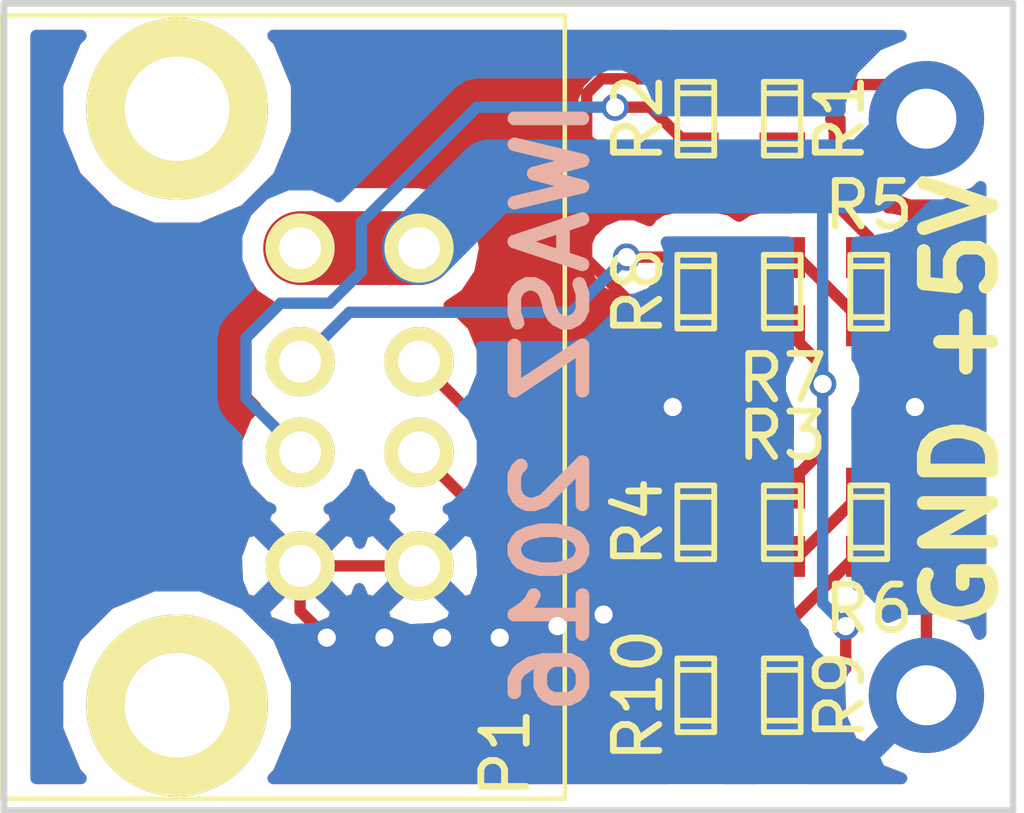
<source format=kicad_pcb>
(kicad_pcb (version 4) (host pcbnew 0.201604071231+6672~43~ubuntu15.10.1-product)

  (general
    (links 24)
    (no_connects 0)
    (area 164.813999 102.0995 194.166667 121.995001)
    (thickness 1.6)
    (drawings 7)
    (tracks 105)
    (zones 0)
    (modules 13)
    (nets 7)
  )

  (page A4)
  (layers
    (0 F.Cu signal)
    (31 B.Cu signal)
    (32 B.Adhes user)
    (33 F.Adhes user)
    (34 B.Paste user)
    (35 F.Paste user)
    (36 B.SilkS user)
    (37 F.SilkS user)
    (38 B.Mask user)
    (39 F.Mask user)
    (40 Dwgs.User user)
    (41 Cmts.User user)
    (42 Eco1.User user)
    (43 Eco2.User user)
    (44 Edge.Cuts user)
    (45 Margin user)
    (46 B.CrtYd user)
    (47 F.CrtYd user)
    (48 B.Fab user)
    (49 F.Fab user)
  )

  (setup
    (last_trace_width 0.25)
    (user_trace_width 1.6256)
    (trace_clearance 0.2)
    (zone_clearance 0.508)
    (zone_45_only no)
    (trace_min 0.2)
    (segment_width 0.2)
    (edge_width 0.15)
    (via_size 0.6)
    (via_drill 0.4)
    (via_min_size 0.4)
    (via_min_drill 0.3)
    (user_via 1.6256 0.8128)
    (uvia_size 0.3)
    (uvia_drill 0.1)
    (uvias_allowed no)
    (uvia_min_size 0)
    (uvia_min_drill 0)
    (pcb_text_width 0.3)
    (pcb_text_size 1.5 1.5)
    (mod_edge_width 0.15)
    (mod_text_size 1 1)
    (mod_text_width 0.15)
    (pad_size 1.524 1.524)
    (pad_drill 0.762)
    (pad_to_mask_clearance 0.2)
    (aux_axis_origin 0 0)
    (visible_elements FFFFEF7F)
    (pcbplotparams
      (layerselection 0x010f0_ffffffff)
      (usegerberextensions false)
      (usegerberattributes true)
      (excludeedgelayer true)
      (linewidth 0.100000)
      (plotframeref false)
      (viasonmask false)
      (mode 1)
      (useauxorigin false)
      (hpglpennumber 1)
      (hpglpenspeed 20)
      (hpglpendiameter 15)
      (psnegative false)
      (psa4output false)
      (plotreference true)
      (plotvalue false)
      (plotinvisibletext false)
      (padsonsilk false)
      (subtractmaskfromsilk true)
      (outputformat 1)
      (mirror false)
      (drillshape 0)
      (scaleselection 1)
      (outputdirectory gerbers/connector/))
  )

  (net 0 "")
  (net 1 +5V)
  (net 2 GND)
  (net 3 "Net-(P1-Pad2)")
  (net 4 "Net-(P1-Pad3)")
  (net 5 "Net-(P1-Pad6)")
  (net 6 "Net-(P1-Pad7)")

  (net_class Default "This is the default net class."
    (clearance 0.2)
    (trace_width 0.25)
    (via_dia 0.6)
    (via_drill 0.4)
    (uvia_dia 0.3)
    (uvia_drill 0.1)
    (add_net +5V)
    (add_net GND)
    (add_net "Net-(P1-Pad2)")
    (add_net "Net-(P1-Pad3)")
    (add_net "Net-(P1-Pad6)")
    (add_net "Net-(P1-Pad7)")
  )

  (module iwasz:amphenol-MUSBC11130 (layer F.Cu) (tedit 570B9DA7) (tstamp 570B9C0C)
    (at 174.244 113.03 270)
    (path /570B98A5)
    (fp_text reference P1 (at 7.62 -1.905 270) (layer F.SilkS)
      (effects (font (size 1 1) (thickness 0.15)))
    )
    (fp_text value CONN_01X08 (at -3.81 -2.54 270) (layer F.Fab) hide
      (effects (font (size 1 1) (thickness 0.15)))
    )
    (fp_line (start 8.625 -3.21) (end 8.625 9.18) (layer F.SilkS) (width 0.1))
    (fp_line (start -8.625 -3.21) (end -8.625 9.18) (layer F.SilkS) (width 0.1))
    (fp_line (start -8.625 9.18) (end 8.625 9.18) (layer F.SilkS) (width 0.1))
    (fp_line (start -8.625 -3.21) (end 8.625 -3.21) (layer F.SilkS) (width 0.1))
    (pad 1 thru_hole circle (at -3.5 0 270) (size 1.524 1.524) (drill 0.92) (layers *.Cu *.Mask F.SilkS)
      (net 1 +5V))
    (pad 4 thru_hole circle (at 3.5 0 270) (size 1.524 1.524) (drill 0.92) (layers *.Cu *.Mask F.SilkS)
      (net 2 GND))
    (pad 2 thru_hole circle (at -1 0 270) (size 1.524 1.524) (drill 0.92) (layers *.Cu *.Mask F.SilkS)
      (net 3 "Net-(P1-Pad2)"))
    (pad 3 thru_hole circle (at 1 0 270) (size 1.524 1.524) (drill 0.92) (layers *.Cu *.Mask F.SilkS)
      (net 4 "Net-(P1-Pad3)"))
    (pad 5 thru_hole circle (at -3.5 2.62 270) (size 1.524 1.524) (drill 0.92) (layers *.Cu *.Mask F.SilkS)
      (net 1 +5V))
    (pad 8 thru_hole circle (at 3.5 2.62 270) (size 1.524 1.524) (drill 0.92) (layers *.Cu *.Mask F.SilkS)
      (net 2 GND))
    (pad 6 thru_hole circle (at -1 2.62 270) (size 1.524 1.524) (drill 0.92) (layers *.Cu *.Mask F.SilkS)
      (net 5 "Net-(P1-Pad6)"))
    (pad 7 thru_hole circle (at 1 2.62 270) (size 1.524 1.524) (drill 0.92) (layers *.Cu *.Mask F.SilkS)
      (net 6 "Net-(P1-Pad7)"))
    (pad "" thru_hole circle (at -6.57 5.33 270) (size 4 4) (drill 2.3) (layers *.Cu *.Mask F.SilkS))
    (pad "" thru_hole circle (at 6.57 5.33 270) (size 4 4) (drill 2.3) (layers *.Cu *.Mask F.SilkS))
  )

  (module discrete:PAD-01 (layer F.Cu) (tedit 570B9DB4) (tstamp 570B9C12)
    (at 185.42 119.38)
    (descr <b>PAD</b>)
    (path /570B98AE)
    (fp_text reference P2 (at -1.27 -3.048) (layer F.SilkS) hide
      (effects (font (size 1 1) (thickness 0.15)) (justify left bottom))
    )
    (fp_text value CONN_01X01 (at -1.27 -1.524) (layer F.SilkS) hide
      (effects (font (size 1 1) (thickness 0.15)) (justify left bottom))
    )
    (fp_circle (center 0 0) (end 0.889 0) (layer F.Fab) (width 0.762))
    (pad 1 thru_hole circle (at 0 0) (size 2.54 2.54) (drill 1.3208) (layers *.Cu *.Mask)
      (net 2 GND))
  )

  (module discrete:PAD-01 (layer F.Cu) (tedit 570B9DB7) (tstamp 570B9C18)
    (at 185.42 106.68)
    (descr <b>PAD</b>)
    (path /570B98AD)
    (fp_text reference P3 (at -1.27 -3.048) (layer F.SilkS) hide
      (effects (font (size 1 1) (thickness 0.15)) (justify left bottom))
    )
    (fp_text value CONN_01X01 (at -1.27 -1.524) (layer F.SilkS) hide
      (effects (font (size 1 1) (thickness 0.15)) (justify left bottom))
    )
    (fp_circle (center 0 0) (end 0.889 0) (layer F.Fab) (width 0.762))
    (pad 1 thru_hole circle (at 0 0) (size 2.54 2.54) (drill 1.3208) (layers *.Cu *.Mask)
      (net 1 +5V))
  )

  (module w_smd_resistors:r_0603 (layer F.Cu) (tedit 570B9E1D) (tstamp 570B9C24)
    (at 182.245 106.68 270)
    (descr "SMT resistor, 0603")
    (path /570B9FC3)
    (fp_text reference R1 (at 0 -1.27 450) (layer F.SilkS)
      (effects (font (size 1 1) (thickness 0.15)))
    )
    (fp_text value R (at 0 0.6096 270) (layer F.SilkS) hide
      (effects (font (size 1 1) (thickness 0.15)))
    )
    (fp_line (start 0.5588 0.4064) (end 0.5588 -0.4064) (layer F.SilkS) (width 0.127))
    (fp_line (start -0.5588 -0.381) (end -0.5588 0.4064) (layer F.SilkS) (width 0.127))
    (fp_line (start -0.8128 -0.4064) (end 0.8128 -0.4064) (layer F.SilkS) (width 0.127))
    (fp_line (start 0.8128 -0.4064) (end 0.8128 0.4064) (layer F.SilkS) (width 0.127))
    (fp_line (start 0.8128 0.4064) (end -0.8128 0.4064) (layer F.SilkS) (width 0.127))
    (fp_line (start -0.8128 0.4064) (end -0.8128 -0.4064) (layer F.SilkS) (width 0.127))
    (pad 1 smd rect (at 0.75184 0 270) (size 0.89916 1.00076) (layers F.Cu F.Paste F.Mask)
      (net 6 "Net-(P1-Pad7)"))
    (pad 2 smd rect (at -0.75184 0 270) (size 0.89916 1.00076) (layers F.Cu F.Paste F.Mask)
      (net 1 +5V))
    (model walter/smd_resistors/r_0603.wrl
      (at (xyz 0 0 0))
      (scale (xyz 1 1 1))
      (rotate (xyz 0 0 0))
    )
  )

  (module w_smd_resistors:r_0603 (layer F.Cu) (tedit 570B9DD9) (tstamp 570B9C30)
    (at 180.34 106.68 90)
    (descr "SMT resistor, 0603")
    (path /570BA0BA)
    (fp_text reference R2 (at 0 -1.27 90) (layer F.SilkS)
      (effects (font (size 1 1) (thickness 0.15)))
    )
    (fp_text value R (at 0 0.6096 90) (layer F.SilkS) hide
      (effects (font (size 1 1) (thickness 0.15)))
    )
    (fp_line (start 0.5588 0.4064) (end 0.5588 -0.4064) (layer F.SilkS) (width 0.127))
    (fp_line (start -0.5588 -0.381) (end -0.5588 0.4064) (layer F.SilkS) (width 0.127))
    (fp_line (start -0.8128 -0.4064) (end 0.8128 -0.4064) (layer F.SilkS) (width 0.127))
    (fp_line (start 0.8128 -0.4064) (end 0.8128 0.4064) (layer F.SilkS) (width 0.127))
    (fp_line (start 0.8128 0.4064) (end -0.8128 0.4064) (layer F.SilkS) (width 0.127))
    (fp_line (start -0.8128 0.4064) (end -0.8128 -0.4064) (layer F.SilkS) (width 0.127))
    (pad 1 smd rect (at 0.75184 0 90) (size 0.89916 1.00076) (layers F.Cu F.Paste F.Mask)
      (net 2 GND))
    (pad 2 smd rect (at -0.75184 0 90) (size 0.89916 1.00076) (layers F.Cu F.Paste F.Mask)
      (net 6 "Net-(P1-Pad7)"))
    (model walter/smd_resistors/r_0603.wrl
      (at (xyz 0 0 0))
      (scale (xyz 1 1 1))
      (rotate (xyz 0 0 0))
    )
  )

  (module w_smd_resistors:r_0603 (layer F.Cu) (tedit 570B9E06) (tstamp 570B9C3C)
    (at 182.245 115.57 270)
    (descr "SMT resistor, 0603")
    (path /570BB9E4)
    (fp_text reference R3 (at -1.905 0 360) (layer F.SilkS)
      (effects (font (size 1 1) (thickness 0.15)))
    )
    (fp_text value R (at 0 0.6096 270) (layer F.SilkS) hide
      (effects (font (size 1 1) (thickness 0.15)))
    )
    (fp_line (start 0.5588 0.4064) (end 0.5588 -0.4064) (layer F.SilkS) (width 0.127))
    (fp_line (start -0.5588 -0.381) (end -0.5588 0.4064) (layer F.SilkS) (width 0.127))
    (fp_line (start -0.8128 -0.4064) (end 0.8128 -0.4064) (layer F.SilkS) (width 0.127))
    (fp_line (start 0.8128 -0.4064) (end 0.8128 0.4064) (layer F.SilkS) (width 0.127))
    (fp_line (start 0.8128 0.4064) (end -0.8128 0.4064) (layer F.SilkS) (width 0.127))
    (fp_line (start -0.8128 0.4064) (end -0.8128 -0.4064) (layer F.SilkS) (width 0.127))
    (pad 1 smd rect (at 0.75184 0 270) (size 0.89916 1.00076) (layers F.Cu F.Paste F.Mask)
      (net 3 "Net-(P1-Pad2)"))
    (pad 2 smd rect (at -0.75184 0 270) (size 0.89916 1.00076) (layers F.Cu F.Paste F.Mask)
      (net 1 +5V))
    (model walter/smd_resistors/r_0603.wrl
      (at (xyz 0 0 0))
      (scale (xyz 1 1 1))
      (rotate (xyz 0 0 0))
    )
  )

  (module w_smd_resistors:r_0603 (layer F.Cu) (tedit 570B9DF3) (tstamp 570B9C48)
    (at 180.34 115.57 90)
    (descr "SMT resistor, 0603")
    (path /570BB9EA)
    (fp_text reference R4 (at 0 -1.27 90) (layer F.SilkS)
      (effects (font (size 1 1) (thickness 0.15)))
    )
    (fp_text value R (at 0 0.6096 90) (layer F.SilkS) hide
      (effects (font (size 1 1) (thickness 0.15)))
    )
    (fp_line (start 0.5588 0.4064) (end 0.5588 -0.4064) (layer F.SilkS) (width 0.127))
    (fp_line (start -0.5588 -0.381) (end -0.5588 0.4064) (layer F.SilkS) (width 0.127))
    (fp_line (start -0.8128 -0.4064) (end 0.8128 -0.4064) (layer F.SilkS) (width 0.127))
    (fp_line (start 0.8128 -0.4064) (end 0.8128 0.4064) (layer F.SilkS) (width 0.127))
    (fp_line (start 0.8128 0.4064) (end -0.8128 0.4064) (layer F.SilkS) (width 0.127))
    (fp_line (start -0.8128 0.4064) (end -0.8128 -0.4064) (layer F.SilkS) (width 0.127))
    (pad 1 smd rect (at 0.75184 0 90) (size 0.89916 1.00076) (layers F.Cu F.Paste F.Mask)
      (net 2 GND))
    (pad 2 smd rect (at -0.75184 0 90) (size 0.89916 1.00076) (layers F.Cu F.Paste F.Mask)
      (net 3 "Net-(P1-Pad2)"))
    (model walter/smd_resistors/r_0603.wrl
      (at (xyz 0 0 0))
      (scale (xyz 1 1 1))
      (rotate (xyz 0 0 0))
    )
  )

  (module w_smd_resistors:r_0603 (layer F.Cu) (tedit 570B9DEB) (tstamp 570B9C54)
    (at 184.15 110.49 90)
    (descr "SMT resistor, 0603")
    (path /570BABAD)
    (fp_text reference R5 (at 1.905 0 180) (layer F.SilkS)
      (effects (font (size 1 1) (thickness 0.15)))
    )
    (fp_text value R (at 0 0.6096 90) (layer F.SilkS) hide
      (effects (font (size 1 1) (thickness 0.15)))
    )
    (fp_line (start 0.5588 0.4064) (end 0.5588 -0.4064) (layer F.SilkS) (width 0.127))
    (fp_line (start -0.5588 -0.381) (end -0.5588 0.4064) (layer F.SilkS) (width 0.127))
    (fp_line (start -0.8128 -0.4064) (end 0.8128 -0.4064) (layer F.SilkS) (width 0.127))
    (fp_line (start 0.8128 -0.4064) (end 0.8128 0.4064) (layer F.SilkS) (width 0.127))
    (fp_line (start 0.8128 0.4064) (end -0.8128 0.4064) (layer F.SilkS) (width 0.127))
    (fp_line (start -0.8128 0.4064) (end -0.8128 -0.4064) (layer F.SilkS) (width 0.127))
    (pad 1 smd rect (at 0.75184 0 90) (size 0.89916 1.00076) (layers F.Cu F.Paste F.Mask)
      (net 6 "Net-(P1-Pad7)"))
    (pad 2 smd rect (at -0.75184 0 90) (size 0.89916 1.00076) (layers F.Cu F.Paste F.Mask)
      (net 5 "Net-(P1-Pad6)"))
    (model walter/smd_resistors/r_0603.wrl
      (at (xyz 0 0 0))
      (scale (xyz 1 1 1))
      (rotate (xyz 0 0 0))
    )
  )

  (module w_smd_resistors:r_0603 (layer F.Cu) (tedit 570B9E10) (tstamp 570B9C60)
    (at 184.15 115.57 90)
    (descr "SMT resistor, 0603")
    (path /570BB9FC)
    (fp_text reference R6 (at -1.905 0 180) (layer F.SilkS)
      (effects (font (size 1 1) (thickness 0.15)))
    )
    (fp_text value R (at 0 0.6096 90) (layer F.SilkS) hide
      (effects (font (size 1 1) (thickness 0.15)))
    )
    (fp_line (start 0.5588 0.4064) (end 0.5588 -0.4064) (layer F.SilkS) (width 0.127))
    (fp_line (start -0.5588 -0.381) (end -0.5588 0.4064) (layer F.SilkS) (width 0.127))
    (fp_line (start -0.8128 -0.4064) (end 0.8128 -0.4064) (layer F.SilkS) (width 0.127))
    (fp_line (start 0.8128 -0.4064) (end 0.8128 0.4064) (layer F.SilkS) (width 0.127))
    (fp_line (start 0.8128 0.4064) (end -0.8128 0.4064) (layer F.SilkS) (width 0.127))
    (fp_line (start -0.8128 0.4064) (end -0.8128 -0.4064) (layer F.SilkS) (width 0.127))
    (pad 1 smd rect (at 0.75184 0 90) (size 0.89916 1.00076) (layers F.Cu F.Paste F.Mask)
      (net 3 "Net-(P1-Pad2)"))
    (pad 2 smd rect (at -0.75184 0 90) (size 0.89916 1.00076) (layers F.Cu F.Paste F.Mask)
      (net 4 "Net-(P1-Pad3)"))
    (model walter/smd_resistors/r_0603.wrl
      (at (xyz 0 0 0))
      (scale (xyz 1 1 1))
      (rotate (xyz 0 0 0))
    )
  )

  (module w_smd_resistors:r_0603 (layer F.Cu) (tedit 570B9E0A) (tstamp 570B9C6C)
    (at 182.245 110.49 90)
    (descr "SMT resistor, 0603")
    (path /570BAAAC)
    (fp_text reference R7 (at -1.905 0 180) (layer F.SilkS)
      (effects (font (size 1 1) (thickness 0.15)))
    )
    (fp_text value R (at 0 0.6096 90) (layer F.SilkS) hide
      (effects (font (size 1 1) (thickness 0.15)))
    )
    (fp_line (start 0.5588 0.4064) (end 0.5588 -0.4064) (layer F.SilkS) (width 0.127))
    (fp_line (start -0.5588 -0.381) (end -0.5588 0.4064) (layer F.SilkS) (width 0.127))
    (fp_line (start -0.8128 -0.4064) (end 0.8128 -0.4064) (layer F.SilkS) (width 0.127))
    (fp_line (start 0.8128 -0.4064) (end 0.8128 0.4064) (layer F.SilkS) (width 0.127))
    (fp_line (start 0.8128 0.4064) (end -0.8128 0.4064) (layer F.SilkS) (width 0.127))
    (fp_line (start -0.8128 0.4064) (end -0.8128 -0.4064) (layer F.SilkS) (width 0.127))
    (pad 1 smd rect (at 0.75184 0 90) (size 0.89916 1.00076) (layers F.Cu F.Paste F.Mask)
      (net 5 "Net-(P1-Pad6)"))
    (pad 2 smd rect (at -0.75184 0 90) (size 0.89916 1.00076) (layers F.Cu F.Paste F.Mask)
      (net 1 +5V))
    (model walter/smd_resistors/r_0603.wrl
      (at (xyz 0 0 0))
      (scale (xyz 1 1 1))
      (rotate (xyz 0 0 0))
    )
  )

  (module w_smd_resistors:r_0603 (layer F.Cu) (tedit 570B9DE5) (tstamp 570B9C78)
    (at 180.34 110.49 270)
    (descr "SMT resistor, 0603")
    (path /570BAAB2)
    (fp_text reference R8 (at 0 1.27 270) (layer F.SilkS)
      (effects (font (size 1 1) (thickness 0.15)))
    )
    (fp_text value R (at 0 0.6096 270) (layer F.SilkS) hide
      (effects (font (size 1 1) (thickness 0.15)))
    )
    (fp_line (start 0.5588 0.4064) (end 0.5588 -0.4064) (layer F.SilkS) (width 0.127))
    (fp_line (start -0.5588 -0.381) (end -0.5588 0.4064) (layer F.SilkS) (width 0.127))
    (fp_line (start -0.8128 -0.4064) (end 0.8128 -0.4064) (layer F.SilkS) (width 0.127))
    (fp_line (start 0.8128 -0.4064) (end 0.8128 0.4064) (layer F.SilkS) (width 0.127))
    (fp_line (start 0.8128 0.4064) (end -0.8128 0.4064) (layer F.SilkS) (width 0.127))
    (fp_line (start -0.8128 0.4064) (end -0.8128 -0.4064) (layer F.SilkS) (width 0.127))
    (pad 1 smd rect (at 0.75184 0 270) (size 0.89916 1.00076) (layers F.Cu F.Paste F.Mask)
      (net 2 GND))
    (pad 2 smd rect (at -0.75184 0 270) (size 0.89916 1.00076) (layers F.Cu F.Paste F.Mask)
      (net 5 "Net-(P1-Pad6)"))
    (model walter/smd_resistors/r_0603.wrl
      (at (xyz 0 0 0))
      (scale (xyz 1 1 1))
      (rotate (xyz 0 0 0))
    )
  )

  (module w_smd_resistors:r_0603 (layer F.Cu) (tedit 570B9DFA) (tstamp 570B9C84)
    (at 182.245 119.38 90)
    (descr "SMT resistor, 0603")
    (path /570BB9F0)
    (fp_text reference R9 (at 0 1.27 90) (layer F.SilkS)
      (effects (font (size 1 1) (thickness 0.15)))
    )
    (fp_text value R (at 0 0.6096 90) (layer F.SilkS) hide
      (effects (font (size 1 1) (thickness 0.15)))
    )
    (fp_line (start 0.5588 0.4064) (end 0.5588 -0.4064) (layer F.SilkS) (width 0.127))
    (fp_line (start -0.5588 -0.381) (end -0.5588 0.4064) (layer F.SilkS) (width 0.127))
    (fp_line (start -0.8128 -0.4064) (end 0.8128 -0.4064) (layer F.SilkS) (width 0.127))
    (fp_line (start 0.8128 -0.4064) (end 0.8128 0.4064) (layer F.SilkS) (width 0.127))
    (fp_line (start 0.8128 0.4064) (end -0.8128 0.4064) (layer F.SilkS) (width 0.127))
    (fp_line (start -0.8128 0.4064) (end -0.8128 -0.4064) (layer F.SilkS) (width 0.127))
    (pad 1 smd rect (at 0.75184 0 90) (size 0.89916 1.00076) (layers F.Cu F.Paste F.Mask)
      (net 4 "Net-(P1-Pad3)"))
    (pad 2 smd rect (at -0.75184 0 90) (size 0.89916 1.00076) (layers F.Cu F.Paste F.Mask)
      (net 1 +5V))
    (model walter/smd_resistors/r_0603.wrl
      (at (xyz 0 0 0))
      (scale (xyz 1 1 1))
      (rotate (xyz 0 0 0))
    )
  )

  (module w_smd_resistors:r_0603 (layer F.Cu) (tedit 570B9DF7) (tstamp 570B9C90)
    (at 180.34 119.38 270)
    (descr "SMT resistor, 0603")
    (path /570BB9F6)
    (fp_text reference R10 (at 0 1.27 270) (layer F.SilkS)
      (effects (font (size 1 1) (thickness 0.15)))
    )
    (fp_text value R (at 0 0.6096 270) (layer F.SilkS) hide
      (effects (font (size 1 1) (thickness 0.15)))
    )
    (fp_line (start 0.5588 0.4064) (end 0.5588 -0.4064) (layer F.SilkS) (width 0.127))
    (fp_line (start -0.5588 -0.381) (end -0.5588 0.4064) (layer F.SilkS) (width 0.127))
    (fp_line (start -0.8128 -0.4064) (end 0.8128 -0.4064) (layer F.SilkS) (width 0.127))
    (fp_line (start 0.8128 -0.4064) (end 0.8128 0.4064) (layer F.SilkS) (width 0.127))
    (fp_line (start 0.8128 0.4064) (end -0.8128 0.4064) (layer F.SilkS) (width 0.127))
    (fp_line (start -0.8128 0.4064) (end -0.8128 -0.4064) (layer F.SilkS) (width 0.127))
    (pad 1 smd rect (at 0.75184 0 270) (size 0.89916 1.00076) (layers F.Cu F.Paste F.Mask)
      (net 2 GND))
    (pad 2 smd rect (at -0.75184 0 270) (size 0.89916 1.00076) (layers F.Cu F.Paste F.Mask)
      (net 4 "Net-(P1-Pad3)"))
    (model walter/smd_resistors/r_0603.wrl
      (at (xyz 0 0 0))
      (scale (xyz 1 1 1))
      (rotate (xyz 0 0 0))
    )
  )

  (gr_text "IWASZ 2016" (at 177.165 113.03 90) (layer B.SilkS)
    (effects (font (size 1.5 1.5) (thickness 0.3)) (justify mirror))
  )
  (gr_line (start 165.1 121.92) (end 165.1 104.14) (angle 90) (layer Edge.Cuts) (width 0.15))
  (gr_line (start 187.325 121.92) (end 165.1 121.92) (angle 90) (layer Edge.Cuts) (width 0.15))
  (gr_line (start 187.325 104.14) (end 187.325 121.92) (angle 90) (layer Edge.Cuts) (width 0.15))
  (gr_line (start 165.1 104.14) (end 187.325 104.14) (angle 90) (layer Edge.Cuts) (width 0.15))
  (gr_text GND (at 186.182 115.57 90) (layer F.SilkS)
    (effects (font (size 1.5 1.5) (thickness 0.3)))
  )
  (gr_text +5V (at 186.182 110.236 90) (layer F.SilkS)
    (effects (font (size 1.5 1.5) (thickness 0.3)))
  )

  (segment (start 183.134 112.522) (end 183.134 117.347996) (width 0.25) (layer B.Cu) (net 1))
  (segment (start 183.642 118.534264) (end 183.642004 118.53426) (width 0.25) (layer F.Cu) (net 1))
  (via (at 183.642004 117.856) (size 0.6) (drill 0.4) (layers F.Cu B.Cu) (net 1))
  (segment (start 183.134 117.347996) (end 183.642004 117.856) (width 0.25) (layer B.Cu) (net 1))
  (segment (start 182.2958 120.13184) (end 183.642 118.78564) (width 0.25) (layer F.Cu) (net 1) (status 10))
  (segment (start 183.642004 118.53426) (end 183.642004 117.856) (width 0.25) (layer F.Cu) (net 1))
  (segment (start 182.245 120.13184) (end 182.2958 120.13184) (width 0.25) (layer F.Cu) (net 1) (status 30))
  (segment (start 183.642 118.78564) (end 183.642 118.534264) (width 0.25) (layer F.Cu) (net 1))
  (segment (start 175.824 107.95) (end 183.134 107.95) (width 1.6256) (layer B.Cu) (net 1))
  (segment (start 183.134 107.95) (end 184.15 107.95) (width 1.6256) (layer B.Cu) (net 1))
  (segment (start 183.134 112.522) (end 183.134 107.95) (width 0.25) (layer B.Cu) (net 1))
  (segment (start 182.245 105.92816) (end 184.66816 105.92816) (width 0.25) (layer F.Cu) (net 1) (status 30))
  (segment (start 184.66816 105.92816) (end 185.42 106.68) (width 0.25) (layer F.Cu) (net 1) (status 30))
  (segment (start 174.244 109.53) (end 175.824 107.95) (width 1.6256) (layer B.Cu) (net 1) (status 10))
  (segment (start 184.15 107.95) (end 185.42 106.68) (width 1.6256) (layer B.Cu) (net 1) (status 20))
  (segment (start 182.245 105.92816) (end 182.2958 105.92816) (width 0.25) (layer F.Cu) (net 1) (status 30))
  (segment (start 171.624 109.53) (end 174.244 109.53) (width 1.6256) (layer F.Cu) (net 1) (status 30))
  (segment (start 183.134 112.522) (end 183.134 113.97996) (width 0.25) (layer F.Cu) (net 1))
  (segment (start 183.134 113.97996) (end 182.2958 114.81816) (width 0.25) (layer F.Cu) (net 1) (status 20))
  (segment (start 182.2958 114.81816) (end 182.245 114.81816) (width 0.25) (layer F.Cu) (net 1) (status 30))
  (segment (start 183.134 112.522) (end 183.134 112.13084) (width 0.25) (layer F.Cu) (net 1))
  (segment (start 183.134 112.13084) (end 182.245 111.24184) (width 0.25) (layer F.Cu) (net 1) (status 20))
  (via (at 183.134 112.522) (size 0.6) (drill 0.4) (layers F.Cu B.Cu) (net 1))
  (segment (start 185.42 119.38) (end 185.42 113.284) (width 0.25) (layer F.Cu) (net 2) (status 10))
  (segment (start 185.42 113.284) (end 185.166 113.03) (width 0.25) (layer F.Cu) (net 2))
  (via (at 185.166 113.03) (size 0.6) (drill 0.4) (layers F.Cu B.Cu) (net 2))
  (segment (start 177.292 117.856) (end 178.054 117.856) (width 0.25) (layer B.Cu) (net 2))
  (segment (start 178.054 117.856) (end 178.308 117.602) (width 0.25) (layer B.Cu) (net 2))
  (segment (start 176.022 118.11) (end 177.038 118.11) (width 0.25) (layer F.Cu) (net 2))
  (segment (start 177.038 118.11) (end 177.292 117.856) (width 0.25) (layer F.Cu) (net 2))
  (via (at 177.292 117.856) (size 0.6) (drill 0.4) (layers F.Cu B.Cu) (net 2))
  (segment (start 174.752 118.11) (end 176.022 118.11) (width 0.25) (layer B.Cu) (net 2))
  (via (at 176.022 118.11) (size 0.6) (drill 0.4) (layers F.Cu B.Cu) (net 2))
  (segment (start 173.482 118.11) (end 174.752 118.11) (width 0.25) (layer F.Cu) (net 2))
  (via (at 174.752 118.11) (size 0.6) (drill 0.4) (layers F.Cu B.Cu) (net 2))
  (segment (start 172.212 118.11) (end 173.482 118.11) (width 0.25) (layer B.Cu) (net 2))
  (via (at 173.482 118.11) (size 0.6) (drill 0.4) (layers F.Cu B.Cu) (net 2))
  (segment (start 171.624 116.53) (end 171.624 117.522) (width 0.25) (layer F.Cu) (net 2) (status 10))
  (segment (start 171.624 117.522) (end 172.212 118.11) (width 0.25) (layer F.Cu) (net 2))
  (via (at 172.212 118.11) (size 0.6) (drill 0.4) (layers F.Cu B.Cu) (net 2))
  (segment (start 171.624 116.53) (end 174.244 116.53) (width 0.25) (layer F.Cu) (net 2) (status 30))
  (segment (start 180.34 120.13184) (end 180.3908 120.13184) (width 0.25) (layer F.Cu) (net 2) (status 30))
  (segment (start 183.642 121.158) (end 185.42 119.38) (width 0.25) (layer F.Cu) (net 2) (status 20))
  (segment (start 180.3908 120.13184) (end 181.41696 121.158) (width 0.25) (layer F.Cu) (net 2) (status 10))
  (segment (start 181.41696 121.158) (end 183.642 121.158) (width 0.25) (layer F.Cu) (net 2))
  (segment (start 180.34 105.92816) (end 179.58962 105.92816) (width 0.25) (layer F.Cu) (net 2) (status 10))
  (segment (start 179.58962 105.92816) (end 179.462459 105.800999) (width 0.25) (layer F.Cu) (net 2))
  (segment (start 179.462459 105.800999) (end 178.261999 105.800999) (width 0.25) (layer F.Cu) (net 2))
  (segment (start 178.261999 105.800999) (end 177.936999 106.125999) (width 0.25) (layer F.Cu) (net 2))
  (segment (start 177.936999 106.125999) (end 177.936999 109.774001) (width 0.25) (layer F.Cu) (net 2))
  (segment (start 177.936999 109.774001) (end 179.404838 111.24184) (width 0.25) (layer F.Cu) (net 2))
  (segment (start 179.404838 111.24184) (end 180.34 111.24184) (width 0.25) (layer F.Cu) (net 2) (status 20))
  (segment (start 178.308 118.15064) (end 178.308 117.602) (width 0.25) (layer F.Cu) (net 2))
  (segment (start 180.2892 120.13184) (end 178.308 118.15064) (width 0.25) (layer F.Cu) (net 2) (status 10))
  (segment (start 180.34 120.13184) (end 180.2892 120.13184) (width 0.25) (layer F.Cu) (net 2) (status 30))
  (segment (start 179.832 113.03) (end 179.832 116.078) (width 0.25) (layer B.Cu) (net 2))
  (segment (start 179.832 116.078) (end 178.308 117.602) (width 0.25) (layer B.Cu) (net 2))
  (via (at 178.308 117.602) (size 0.6) (drill 0.4) (layers F.Cu B.Cu) (net 2))
  (segment (start 180.34 113.03) (end 180.34 114.81816) (width 0.25) (layer F.Cu) (net 2) (status 20))
  (segment (start 180.34 111.24184) (end 180.34 113.03) (width 0.25) (layer F.Cu) (net 2) (status 10))
  (segment (start 180.34 113.03) (end 179.832 113.03) (width 0.25) (layer F.Cu) (net 2))
  (via (at 179.832 113.03) (size 0.6) (drill 0.4) (layers F.Cu B.Cu) (net 2))
  (segment (start 174.244 112.03) (end 178.53584 116.32184) (width 0.25) (layer F.Cu) (net 3) (status 10))
  (segment (start 178.53584 116.32184) (end 180.34 116.32184) (width 0.25) (layer F.Cu) (net 3) (status 20))
  (segment (start 180.09616 116.078) (end 180.34 116.32184) (width 0.25) (layer F.Cu) (net 3) (status 30))
  (segment (start 182.245 116.32184) (end 182.59552 116.32184) (width 0.25) (layer F.Cu) (net 3) (status 30))
  (segment (start 182.59552 116.32184) (end 184.0992 114.81816) (width 0.25) (layer F.Cu) (net 3) (status 30))
  (segment (start 184.0992 114.81816) (end 184.15 114.81816) (width 0.25) (layer F.Cu) (net 3) (status 30))
  (segment (start 180.34 116.32184) (end 182.245 116.32184) (width 0.25) (layer F.Cu) (net 3) (status 30))
  (segment (start 182.245 118.62816) (end 182.245 117.92858) (width 0.25) (layer F.Cu) (net 4) (status 10))
  (segment (start 182.245 117.92858) (end 183.85174 116.32184) (width 0.25) (layer F.Cu) (net 4) (status 20))
  (segment (start 183.85174 116.32184) (end 184.15 116.32184) (width 0.25) (layer F.Cu) (net 4) (status 30))
  (segment (start 174.244 114.03) (end 176.985849 116.771849) (width 0.25) (layer F.Cu) (net 4) (status 10))
  (segment (start 176.985849 116.771849) (end 178.432889 116.771849) (width 0.25) (layer F.Cu) (net 4))
  (segment (start 178.432889 116.771849) (end 180.2892 118.62816) (width 0.25) (layer F.Cu) (net 4) (status 20))
  (segment (start 180.2892 118.62816) (end 180.34 118.62816) (width 0.25) (layer F.Cu) (net 4) (status 30))
  (segment (start 180.34 118.364) (end 180.34 118.62816) (width 0.25) (layer F.Cu) (net 4) (status 30))
  (segment (start 180.34 118.62816) (end 182.245 118.62816) (width 0.25) (layer F.Cu) (net 4) (status 30))
  (segment (start 178.816 109.728) (end 180.32984 109.728) (width 0.25) (layer F.Cu) (net 5) (status 20))
  (segment (start 180.32984 109.728) (end 180.34 109.73816) (width 0.25) (layer F.Cu) (net 5) (status 30))
  (segment (start 171.624 112.03) (end 172.711001 110.942999) (width 0.25) (layer B.Cu) (net 5) (status 10))
  (segment (start 172.711001 110.942999) (end 177.601001 110.942999) (width 0.25) (layer B.Cu) (net 5))
  (segment (start 177.601001 110.942999) (end 178.816 109.728) (width 0.25) (layer B.Cu) (net 5))
  (via (at 178.816 109.728) (size 0.6) (drill 0.4) (layers F.Cu B.Cu) (net 5))
  (segment (start 184.15 111.24184) (end 184.0992 111.24184) (width 0.25) (layer F.Cu) (net 5) (status 30))
  (segment (start 184.0992 111.24184) (end 182.59552 109.73816) (width 0.25) (layer F.Cu) (net 5) (status 30))
  (segment (start 182.59552 109.73816) (end 182.245 109.73816) (width 0.25) (layer F.Cu) (net 5) (status 30))
  (segment (start 180.34 109.73816) (end 182.245 109.73816) (width 0.25) (layer F.Cu) (net 5) (status 30))
  (segment (start 180.17236 109.855) (end 180.2892 109.73816) (width 0.25) (layer F.Cu) (net 5) (status 30))
  (segment (start 180.2892 109.73816) (end 180.34 109.73816) (width 0.25) (layer F.Cu) (net 5) (status 30))
  (segment (start 171.624 114.03) (end 170.434 112.84) (width 0.25) (layer B.Cu) (net 6))
  (segment (start 175.514 106.426) (end 178.562 106.426) (width 0.25) (layer B.Cu) (net 6))
  (segment (start 170.434 112.84) (end 170.434 111.506) (width 0.25) (layer B.Cu) (net 6))
  (segment (start 170.434 111.506) (end 171.196 110.744) (width 0.25) (layer B.Cu) (net 6))
  (segment (start 171.196 110.744) (end 172.27359 110.744) (width 0.25) (layer B.Cu) (net 6))
  (segment (start 172.27359 110.744) (end 172.974 110.04359) (width 0.25) (layer B.Cu) (net 6))
  (segment (start 172.974 110.04359) (end 172.974 108.966) (width 0.25) (layer B.Cu) (net 6))
  (segment (start 172.974 108.966) (end 175.514 106.426) (width 0.25) (layer B.Cu) (net 6))
  (segment (start 178.562 106.426) (end 179.33416 106.426) (width 0.25) (layer F.Cu) (net 6))
  (segment (start 179.33416 106.426) (end 180.34 107.43184) (width 0.25) (layer F.Cu) (net 6) (status 20))
  (via (at 178.562 106.426) (size 0.6) (drill 0.4) (layers F.Cu B.Cu) (net 6))
  (segment (start 182.245 107.43184) (end 182.2958 107.43184) (width 0.25) (layer F.Cu) (net 6) (status 30))
  (segment (start 182.2958 107.43184) (end 184.15 109.28604) (width 0.25) (layer F.Cu) (net 6) (status 10))
  (segment (start 184.15 109.28604) (end 184.15 109.73816) (width 0.25) (layer F.Cu) (net 6) (status 20))
  (segment (start 180.34 107.43184) (end 182.245 107.43184) (width 0.25) (layer F.Cu) (net 6) (status 30))

  (zone (net 2) (net_name GND) (layer F.Cu) (tstamp 570BA2B3) (hatch edge 0.508)
    (connect_pads (clearance 0.508))
    (min_thickness 0.254)
    (fill yes (arc_segments 16) (thermal_gap 0.508) (thermal_bridge_width 0.508))
    (polygon
      (pts
        (xy 187.325 121.92) (xy 165.1 121.92) (xy 165.1 104.14) (xy 187.325 104.14) (xy 187.325 121.92)
      )
    )
    (filled_polygon
      (pts
        (xy 166.681458 104.965443) (xy 166.279458 105.933567) (xy 166.278543 106.981834) (xy 166.678853 107.950658) (xy 167.419443 108.692542)
        (xy 168.387567 109.094542) (xy 169.435834 109.095457) (xy 170.404658 108.695147) (xy 171.146542 107.954557) (xy 171.548542 106.986433)
        (xy 171.549457 105.938166) (xy 171.149147 104.969342) (xy 171.030013 104.85) (xy 179.697811 104.85) (xy 179.479921 104.940253)
        (xy 179.301293 105.118882) (xy 179.20462 105.352271) (xy 179.20462 105.64241) (xy 179.22821 105.666) (xy 179.124463 105.666)
        (xy 179.092327 105.633808) (xy 178.748799 105.491162) (xy 178.376833 105.490838) (xy 178.033057 105.632883) (xy 177.769808 105.895673)
        (xy 177.627162 106.239201) (xy 177.626838 106.611167) (xy 177.768883 106.954943) (xy 178.031673 107.218192) (xy 178.375201 107.360838)
        (xy 178.747167 107.361162) (xy 179.063722 107.230364) (xy 179.19218 107.358822) (xy 179.19218 107.88142) (xy 179.241463 108.129185)
        (xy 179.381811 108.339229) (xy 179.591855 108.479577) (xy 179.83962 108.52886) (xy 180.84038 108.52886) (xy 181.088145 108.479577)
        (xy 181.2925 108.34303) (xy 181.496855 108.479577) (xy 181.74462 108.52886) (xy 182.318018 108.52886) (xy 182.430298 108.64114)
        (xy 181.74462 108.64114) (xy 181.496855 108.690423) (xy 181.2925 108.82697) (xy 181.088145 108.690423) (xy 180.84038 108.64114)
        (xy 179.83962 108.64114) (xy 179.591855 108.690423) (xy 179.381811 108.830771) (xy 179.319164 108.924529) (xy 179.002799 108.793162)
        (xy 178.630833 108.792838) (xy 178.287057 108.934883) (xy 178.023808 109.197673) (xy 177.881162 109.541201) (xy 177.880838 109.913167)
        (xy 178.022883 110.256943) (xy 178.285673 110.520192) (xy 178.629201 110.662838) (xy 179.001167 110.663162) (xy 179.248025 110.561163)
        (xy 179.20462 110.665951) (xy 179.20462 110.95609) (xy 179.36337 111.11484) (xy 180.213 111.11484) (xy 180.213 111.09484)
        (xy 180.467 111.09484) (xy 180.467 111.11484) (xy 180.487 111.11484) (xy 180.487 111.36884) (xy 180.467 111.36884)
        (xy 180.467 112.16767) (xy 180.62575 112.32642) (xy 180.96669 112.32642) (xy 181.200079 112.229747) (xy 181.284322 112.145504)
        (xy 181.286811 112.149229) (xy 181.496855 112.289577) (xy 181.74462 112.33886) (xy 182.199159 112.33886) (xy 182.198838 112.707167)
        (xy 182.340883 113.050943) (xy 182.374 113.084118) (xy 182.374 113.665158) (xy 182.318018 113.72114) (xy 181.74462 113.72114)
        (xy 181.496855 113.770423) (xy 181.286811 113.910771) (xy 181.284322 113.914496) (xy 181.200079 113.830253) (xy 180.96669 113.73358)
        (xy 180.62575 113.73358) (xy 180.467 113.89233) (xy 180.467 114.69116) (xy 180.487 114.69116) (xy 180.487 114.94516)
        (xy 180.467 114.94516) (xy 180.467 114.96516) (xy 180.213 114.96516) (xy 180.213 114.94516) (xy 179.36337 114.94516)
        (xy 179.20462 115.10391) (xy 179.20462 115.394049) (xy 179.274121 115.56184) (xy 178.850642 115.56184) (xy 177.531073 114.242271)
        (xy 179.20462 114.242271) (xy 179.20462 114.53241) (xy 179.36337 114.69116) (xy 180.213 114.69116) (xy 180.213 113.89233)
        (xy 180.05425 113.73358) (xy 179.71331 113.73358) (xy 179.479921 113.830253) (xy 179.301293 114.008882) (xy 179.20462 114.242271)
        (xy 177.531073 114.242271) (xy 175.628183 112.339381) (xy 175.640757 112.3091) (xy 175.641242 111.753339) (xy 175.547965 111.52759)
        (xy 179.20462 111.52759) (xy 179.20462 111.817729) (xy 179.301293 112.051118) (xy 179.479921 112.229747) (xy 179.71331 112.32642)
        (xy 180.05425 112.32642) (xy 180.213 112.16767) (xy 180.213 111.36884) (xy 179.36337 111.36884) (xy 179.20462 111.52759)
        (xy 175.547965 111.52759) (xy 175.42901 111.239697) (xy 175.03637 110.846371) (xy 174.908977 110.793473) (xy 175.013608 110.723561)
        (xy 175.034303 110.71501) (xy 175.050291 110.69905) (xy 175.267749 110.553749) (xy 175.411781 110.338191) (xy 175.427629 110.32237)
        (xy 175.436292 110.301507) (xy 175.581593 110.084049) (xy 175.63217 109.829779) (xy 175.640757 109.8091) (xy 175.640777 109.786512)
        (xy 175.6918 109.53) (xy 175.641222 109.275729) (xy 175.641242 109.253339) (xy 175.632616 109.232463) (xy 175.581593 108.975951)
        (xy 175.437561 108.760392) (xy 175.42901 108.739697) (xy 175.41305 108.723709) (xy 175.267749 108.506251) (xy 175.052191 108.362219)
        (xy 175.03637 108.346371) (xy 175.015507 108.337708) (xy 174.798049 108.192407) (xy 174.543779 108.14183) (xy 174.5231 108.133243)
        (xy 174.500512 108.133223) (xy 174.244 108.0822) (xy 171.624 108.0822) (xy 171.369729 108.132778) (xy 171.347339 108.132758)
        (xy 171.326463 108.141384) (xy 171.069951 108.192407) (xy 170.854392 108.336439) (xy 170.833697 108.34499) (xy 170.817709 108.36095)
        (xy 170.600251 108.506251) (xy 170.456219 108.721809) (xy 170.440371 108.73763) (xy 170.431708 108.758493) (xy 170.286407 108.975951)
        (xy 170.23583 109.230221) (xy 170.227243 109.2509) (xy 170.227223 109.273488) (xy 170.1762 109.53) (xy 170.226778 109.784271)
        (xy 170.226758 109.806661) (xy 170.235384 109.827537) (xy 170.286407 110.084049) (xy 170.430439 110.299608) (xy 170.43899 110.320303)
        (xy 170.45495 110.336291) (xy 170.600251 110.553749) (xy 170.815809 110.697781) (xy 170.83163 110.713629) (xy 170.852493 110.722292)
        (xy 170.958776 110.793308) (xy 170.833697 110.84499) (xy 170.440371 111.23763) (xy 170.227243 111.7509) (xy 170.226758 112.306661)
        (xy 170.43899 112.820303) (xy 170.648342 113.030021) (xy 170.440371 113.23763) (xy 170.227243 113.7509) (xy 170.226758 114.306661)
        (xy 170.43899 114.820303) (xy 170.83163 115.213629) (xy 170.975503 115.27337) (xy 170.892857 115.307603) (xy 170.823392 115.549787)
        (xy 171.624 116.350395) (xy 172.424608 115.549787) (xy 172.355143 115.307603) (xy 172.266633 115.276026) (xy 172.414303 115.21501)
        (xy 172.807629 114.82237) (xy 172.934048 114.517919) (xy 173.05899 114.820303) (xy 173.45163 115.213629) (xy 173.595503 115.27337)
        (xy 173.512857 115.307603) (xy 173.443392 115.549787) (xy 174.244 116.350395) (xy 174.258143 116.336253) (xy 174.437748 116.515858)
        (xy 174.423605 116.53) (xy 175.224213 117.330608) (xy 175.466397 117.261143) (xy 175.653144 116.737698) (xy 175.641355 116.502157)
        (xy 176.448448 117.30925) (xy 176.69501 117.473997) (xy 176.985849 117.531849) (xy 178.118087 117.531849) (xy 179.19218 118.605942)
        (xy 179.19218 119.07774) (xy 179.241463 119.325505) (xy 179.277645 119.379654) (xy 179.20462 119.555951) (xy 179.20462 119.84609)
        (xy 179.36337 120.00484) (xy 180.213 120.00484) (xy 180.213 119.98484) (xy 180.467 119.98484) (xy 180.467 120.00484)
        (xy 180.487 120.00484) (xy 180.487 120.25884) (xy 180.467 120.25884) (xy 180.467 120.27884) (xy 180.213 120.27884)
        (xy 180.213 120.25884) (xy 179.36337 120.25884) (xy 179.20462 120.41759) (xy 179.20462 120.707729) (xy 179.301293 120.941118)
        (xy 179.479921 121.119747) (xy 179.697811 121.21) (xy 171.030897 121.21) (xy 171.146542 121.094557) (xy 171.548542 120.126433)
        (xy 171.549457 119.078166) (xy 171.149147 118.109342) (xy 170.551064 117.510213) (xy 170.823392 117.510213) (xy 170.892857 117.752397)
        (xy 171.416302 117.939144) (xy 171.971368 117.911362) (xy 172.355143 117.752397) (xy 172.424608 117.510213) (xy 173.443392 117.510213)
        (xy 173.512857 117.752397) (xy 174.036302 117.939144) (xy 174.591368 117.911362) (xy 174.975143 117.752397) (xy 175.044608 117.510213)
        (xy 174.244 116.709605) (xy 173.443392 117.510213) (xy 172.424608 117.510213) (xy 171.624 116.709605) (xy 170.823392 117.510213)
        (xy 170.551064 117.510213) (xy 170.408557 117.367458) (xy 169.440433 116.965458) (xy 168.392166 116.964543) (xy 167.423342 117.364853)
        (xy 166.681458 118.105443) (xy 166.279458 119.073567) (xy 166.278543 120.121834) (xy 166.678853 121.090658) (xy 166.797987 121.21)
        (xy 165.81 121.21) (xy 165.81 116.322302) (xy 170.214856 116.322302) (xy 170.242638 116.877368) (xy 170.401603 117.261143)
        (xy 170.643787 117.330608) (xy 171.444395 116.53) (xy 171.803605 116.53) (xy 172.604213 117.330608) (xy 172.846397 117.261143)
        (xy 172.927472 117.033892) (xy 173.021603 117.261143) (xy 173.263787 117.330608) (xy 174.064395 116.53) (xy 173.263787 115.729392)
        (xy 173.021603 115.798857) (xy 172.940528 116.026108) (xy 172.846397 115.798857) (xy 172.604213 115.729392) (xy 171.803605 116.53)
        (xy 171.444395 116.53) (xy 170.643787 115.729392) (xy 170.401603 115.798857) (xy 170.214856 116.322302) (xy 165.81 116.322302)
        (xy 165.81 104.85) (xy 166.797103 104.85)
      )
    )
    (filled_polygon
      (pts
        (xy 185.613748 119.365858) (xy 185.599605 119.38) (xy 185.613748 119.394143) (xy 185.434143 119.573748) (xy 185.42 119.559605)
        (xy 184.251828 120.727777) (xy 184.38352 121.022657) (xy 184.87154 121.21) (xy 182.840197 121.21) (xy 182.993145 121.179577)
        (xy 183.203189 121.039229) (xy 183.343537 120.829185) (xy 183.39282 120.58142) (xy 183.39282 120.109622) (xy 183.574842 119.9276)
        (xy 183.777343 120.41648) (xy 184.072223 120.548172) (xy 185.240395 119.38) (xy 185.226253 119.365858) (xy 185.405858 119.186253)
        (xy 185.42 119.200395) (xy 185.434143 119.186253)
      )
    )
    (filled_polygon
      (pts
        (xy 181.286811 121.039229) (xy 181.496855 121.179577) (xy 181.649803 121.21) (xy 180.982189 121.21) (xy 181.200079 121.119747)
        (xy 181.284322 121.035504)
      )
    )
    (filled_polygon
      (pts
        (xy 183.51467 107.057265) (xy 183.804078 107.757686) (xy 184.339495 108.294039) (xy 185.03941 108.584668) (xy 185.797265 108.58533)
        (xy 186.497686 108.295922) (xy 186.615 108.178813) (xy 186.615 118.005392) (xy 186.588171 118.032221) (xy 186.45648 117.737343)
        (xy 185.748964 117.465739) (xy 184.991368 117.485564) (xy 184.572332 117.659134) (xy 184.473053 117.41886) (xy 184.65038 117.41886)
        (xy 184.898145 117.369577) (xy 185.108189 117.229229) (xy 185.248537 117.019185) (xy 185.29782 116.77142) (xy 185.29782 115.87226)
        (xy 185.248537 115.624495) (xy 185.212124 115.57) (xy 185.248537 115.515505) (xy 185.29782 115.26774) (xy 185.29782 114.36858)
        (xy 185.248537 114.120815) (xy 185.108189 113.910771) (xy 184.898145 113.770423) (xy 184.65038 113.72114) (xy 183.894 113.72114)
        (xy 183.894 113.084463) (xy 183.926192 113.052327) (xy 184.068838 112.708799) (xy 184.06916 112.33886) (xy 184.65038 112.33886)
        (xy 184.898145 112.289577) (xy 185.108189 112.149229) (xy 185.248537 111.939185) (xy 185.29782 111.69142) (xy 185.29782 110.79226)
        (xy 185.248537 110.544495) (xy 185.212124 110.49) (xy 185.248537 110.435505) (xy 185.29782 110.18774) (xy 185.29782 109.28858)
        (xy 185.248537 109.040815) (xy 185.108189 108.830771) (xy 184.898145 108.690423) (xy 184.65038 108.64114) (xy 184.579902 108.64114)
        (xy 183.39282 107.454058) (xy 183.39282 106.98226) (xy 183.343537 106.734495) (xy 183.312577 106.68816) (xy 183.514992 106.68816)
      )
    )
    (filled_polygon
      (pts
        (xy 180.467 105.80116) (xy 180.487 105.80116) (xy 180.487 106.05516) (xy 180.467 106.05516) (xy 180.467 106.07516)
        (xy 180.213 106.07516) (xy 180.213 106.05516) (xy 180.193 106.05516) (xy 180.193 105.80116) (xy 180.213 105.80116)
        (xy 180.213 105.78116) (xy 180.467 105.78116)
      )
    )
  )
  (zone (net 2) (net_name GND) (layer B.Cu) (tstamp 570BA2B3) (hatch edge 0.508)
    (connect_pads (clearance 0.508))
    (min_thickness 0.254)
    (fill yes (arc_segments 16) (thermal_gap 0.508) (thermal_bridge_width 0.508))
    (polygon
      (pts
        (xy 187.325 121.92) (xy 165.1 121.92) (xy 165.1 104.14) (xy 187.325 104.14) (xy 187.325 121.92)
      )
    )
    (filled_polygon
      (pts
        (xy 166.681458 104.965443) (xy 166.279458 105.933567) (xy 166.278543 106.981834) (xy 166.678853 107.950658) (xy 167.419443 108.692542)
        (xy 168.387567 109.094542) (xy 169.435834 109.095457) (xy 170.404658 108.695147) (xy 171.146542 107.954557) (xy 171.548542 106.986433)
        (xy 171.549457 105.938166) (xy 171.149147 104.969342) (xy 171.030013 104.85) (xy 184.860422 104.85) (xy 184.342314 105.064078)
        (xy 183.805961 105.599495) (xy 183.515332 106.29941) (xy 183.515155 106.5022) (xy 179.496934 106.5022) (xy 179.497162 106.240833)
        (xy 179.355117 105.897057) (xy 179.092327 105.633808) (xy 178.748799 105.491162) (xy 178.376833 105.490838) (xy 178.033057 105.632883)
        (xy 177.999882 105.666) (xy 175.514 105.666) (xy 175.271414 105.714254) (xy 175.22316 105.723852) (xy 174.976599 105.888599)
        (xy 172.467554 108.397644) (xy 172.41637 108.346371) (xy 171.9031 108.133243) (xy 171.347339 108.132758) (xy 170.833697 108.34499)
        (xy 170.440371 108.73763) (xy 170.227243 109.2509) (xy 170.226758 109.806661) (xy 170.43899 110.320303) (xy 170.491896 110.373302)
        (xy 169.896599 110.968599) (xy 169.731852 111.215161) (xy 169.674 111.506) (xy 169.674 112.84) (xy 169.731852 113.130839)
        (xy 169.896599 113.377401) (xy 170.239817 113.720619) (xy 170.227243 113.7509) (xy 170.226758 114.306661) (xy 170.43899 114.820303)
        (xy 170.83163 115.213629) (xy 170.975503 115.27337) (xy 170.892857 115.307603) (xy 170.823392 115.549787) (xy 171.624 116.350395)
        (xy 172.424608 115.549787) (xy 172.355143 115.307603) (xy 172.266633 115.276026) (xy 172.414303 115.21501) (xy 172.807629 114.82237)
        (xy 172.934048 114.517919) (xy 173.05899 114.820303) (xy 173.45163 115.213629) (xy 173.595503 115.27337) (xy 173.512857 115.307603)
        (xy 173.443392 115.549787) (xy 174.244 116.350395) (xy 175.044608 115.549787) (xy 174.975143 115.307603) (xy 174.886633 115.276026)
        (xy 175.034303 115.21501) (xy 175.427629 114.82237) (xy 175.640757 114.3091) (xy 175.641242 113.753339) (xy 175.42901 113.239697)
        (xy 175.219658 113.029979) (xy 175.427629 112.82237) (xy 175.640757 112.3091) (xy 175.641242 111.753339) (xy 175.620442 111.702999)
        (xy 177.601001 111.702999) (xy 177.89184 111.645147) (xy 178.138402 111.4804) (xy 178.95568 110.663122) (xy 179.001167 110.663162)
        (xy 179.344943 110.521117) (xy 179.608192 110.258327) (xy 179.750838 109.914799) (xy 179.751162 109.542833) (xy 179.691236 109.3978)
        (xy 182.374 109.3978) (xy 182.374 111.959537) (xy 182.341808 111.991673) (xy 182.199162 112.335201) (xy 182.198838 112.707167)
        (xy 182.340883 113.050943) (xy 182.374 113.084118) (xy 182.374 117.347996) (xy 182.431852 117.638835) (xy 182.596599 117.885397)
        (xy 182.706882 117.99568) (xy 182.706842 118.041167) (xy 182.848887 118.384943) (xy 183.111677 118.648192) (xy 183.455205 118.790838)
        (xy 183.605575 118.790969) (xy 183.505739 119.051036) (xy 183.525564 119.808632) (xy 183.777343 120.41648) (xy 184.072223 120.548172)
        (xy 185.240395 119.38) (xy 185.226253 119.365858) (xy 185.405858 119.186253) (xy 185.42 119.200395) (xy 185.434143 119.186253)
        (xy 185.613748 119.365858) (xy 185.599605 119.38) (xy 185.613748 119.394143) (xy 185.434143 119.573748) (xy 185.42 119.559605)
        (xy 184.251828 120.727777) (xy 184.38352 121.022657) (xy 184.87154 121.21) (xy 171.030897 121.21) (xy 171.146542 121.094557)
        (xy 171.548542 120.126433) (xy 171.549457 119.078166) (xy 171.149147 118.109342) (xy 170.551064 117.510213) (xy 170.823392 117.510213)
        (xy 170.892857 117.752397) (xy 171.416302 117.939144) (xy 171.971368 117.911362) (xy 172.355143 117.752397) (xy 172.424608 117.510213)
        (xy 173.443392 117.510213) (xy 173.512857 117.752397) (xy 174.036302 117.939144) (xy 174.591368 117.911362) (xy 174.975143 117.752397)
        (xy 175.044608 117.510213) (xy 174.244 116.709605) (xy 173.443392 117.510213) (xy 172.424608 117.510213) (xy 171.624 116.709605)
        (xy 170.823392 117.510213) (xy 170.551064 117.510213) (xy 170.408557 117.367458) (xy 169.440433 116.965458) (xy 168.392166 116.964543)
        (xy 167.423342 117.364853) (xy 166.681458 118.105443) (xy 166.279458 119.073567) (xy 166.278543 120.121834) (xy 166.678853 121.090658)
        (xy 166.797987 121.21) (xy 165.81 121.21) (xy 165.81 116.322302) (xy 170.214856 116.322302) (xy 170.242638 116.877368)
        (xy 170.401603 117.261143) (xy 170.643787 117.330608) (xy 171.444395 116.53) (xy 171.803605 116.53) (xy 172.604213 117.330608)
        (xy 172.846397 117.261143) (xy 172.927472 117.033892) (xy 173.021603 117.261143) (xy 173.263787 117.330608) (xy 174.064395 116.53)
        (xy 174.423605 116.53) (xy 175.224213 117.330608) (xy 175.466397 117.261143) (xy 175.653144 116.737698) (xy 175.625362 116.182632)
        (xy 175.466397 115.798857) (xy 175.224213 115.729392) (xy 174.423605 116.53) (xy 174.064395 116.53) (xy 173.263787 115.729392)
        (xy 173.021603 115.798857) (xy 172.940528 116.026108) (xy 172.846397 115.798857) (xy 172.604213 115.729392) (xy 171.803605 116.53)
        (xy 171.444395 116.53) (xy 170.643787 115.729392) (xy 170.401603 115.798857) (xy 170.214856 116.322302) (xy 165.81 116.322302)
        (xy 165.81 104.85) (xy 166.797103 104.85)
      )
    )
    (filled_polygon
      (pts
        (xy 186.615 118.005392) (xy 186.588171 118.032221) (xy 186.45648 117.737343) (xy 185.748964 117.465739) (xy 184.991368 117.485564)
        (xy 184.572332 117.659134) (xy 184.435121 117.327057) (xy 184.172331 117.063808) (xy 183.894 116.948234) (xy 183.894 113.084463)
        (xy 183.926192 113.052327) (xy 184.068838 112.708799) (xy 184.069162 112.336833) (xy 183.927117 111.993057) (xy 183.894 111.959882)
        (xy 183.894 109.3978) (xy 184.15 109.3978) (xy 184.704049 109.287593) (xy 185.173749 108.973749) (xy 185.562373 108.585125)
        (xy 185.797265 108.58533) (xy 186.497686 108.295922) (xy 186.615 108.178813)
      )
    )
  )
)

</source>
